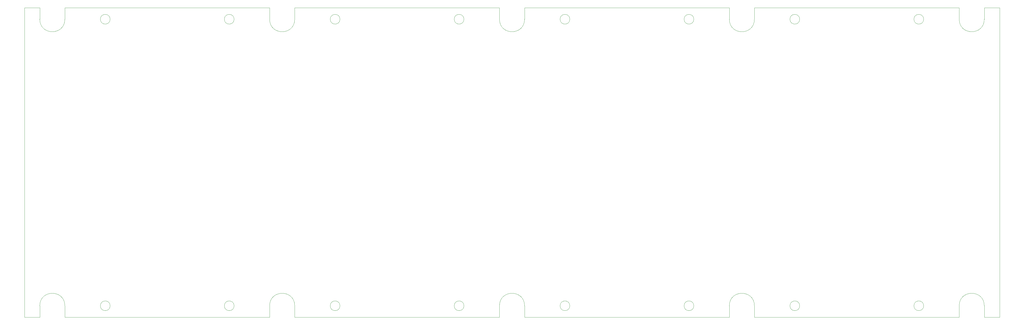
<source format=gko>
G75*
G70*
%OFA0B0*%
%FSLAX25Y25*%
%IPPOS*%
%LPD*%
%AMOC8*
5,1,8,0,0,1.08239X$1,22.5*
%
%ADD87C,0.00197*%
X0000000Y0000000D02*
%LPD*%
G01*
D87*
X0671260Y0016142D02*
X0671260Y0000000D01*
X0021654Y0422047D02*
X0021654Y0438189D01*
X1356299Y0000000D02*
X1377953Y0000000D01*
X0346457Y0016142D02*
X0346457Y0000000D01*
X1095472Y0016142D02*
G75*
G03*
X1095472Y0016142I-006890J0000000D01*
G01*
X0021654Y0000000D02*
X0000000Y0000000D01*
X0346457Y0422047D02*
X0346457Y0438189D01*
X0770669Y0016142D02*
G75*
G03*
X0770669Y0016142I-006890J0000000D01*
G01*
X0671260Y0438189D02*
X0381890Y0438189D01*
X1320866Y0438189D02*
X1031496Y0438189D01*
X1031496Y0016142D02*
X1031496Y0000000D01*
X0381890Y0000000D02*
X0671260Y0000000D01*
X1320866Y0016142D02*
G75*
G02*
X1356299Y0016142I0017717J0000000D01*
G01*
X0996063Y0438189D02*
X0706693Y0438189D01*
X0621063Y0422047D02*
G75*
G03*
X0621063Y0422047I-006890J0000000D01*
G01*
X1356299Y0438189D02*
X1377953Y0438189D01*
X0121063Y0016142D02*
G75*
G03*
X0121063Y0016142I-006890J0000000D01*
G01*
X0706693Y0422047D02*
X0706693Y0438189D01*
X0381890Y0422047D02*
X0381890Y0438189D01*
X1377953Y0000000D02*
X1377953Y0438189D01*
X1356299Y0422047D02*
X1356299Y0438189D01*
X0021654Y0438189D02*
X0000000Y0438189D01*
X1320866Y0016142D02*
X1320866Y0000000D01*
X0996063Y0016142D02*
G75*
G02*
X1031496Y0016142I0017717J0000000D01*
G01*
X0296260Y0422047D02*
G75*
G03*
X0296260Y0422047I-006890J0000000D01*
G01*
X0057087Y0000000D02*
X0346457Y0000000D01*
X0021654Y0016142D02*
X0021654Y0000000D01*
X0445866Y0016142D02*
G75*
G03*
X0445866Y0016142I-006890J0000000D01*
G01*
X0996063Y0422047D02*
G75*
G03*
X1031496Y0422047I0017717J0000000D01*
G01*
X0671260Y0422047D02*
G75*
G03*
X0706693Y0422047I0017717J0000000D01*
G01*
X0057087Y0016142D02*
G75*
G03*
X0021654Y0016142I-017717J0000000D01*
G01*
X0945866Y0422047D02*
G75*
G03*
X0945866Y0422047I-006890J0000000D01*
G01*
X1031496Y0000000D02*
X1320866Y0000000D01*
X1320866Y0422047D02*
X1320866Y0438189D01*
X0671260Y0422047D02*
X0671260Y0438189D01*
X0381890Y0016142D02*
X0381890Y0000000D01*
X0346457Y0438189D02*
X0057087Y0438189D01*
X1031496Y0422047D02*
X1031496Y0438189D01*
X0000000Y0438189D02*
X0000000Y0000000D01*
X1270669Y0016142D02*
G75*
G03*
X1270669Y0016142I-006890J0000000D01*
G01*
X1356299Y0016142D02*
X1356299Y0000000D01*
X0706693Y0016142D02*
X0706693Y0000000D01*
X0381890Y0422047D02*
G75*
G02*
X0346457Y0422047I-017717J0000000D01*
G01*
X0121063Y0422047D02*
G75*
G03*
X0121063Y0422047I-006890J0000000D01*
G01*
X0445866Y0422047D02*
G75*
G03*
X0445866Y0422047I-006890J0000000D01*
G01*
X0996063Y0016142D02*
X0996063Y0000000D01*
X1270669Y0422047D02*
G75*
G03*
X1270669Y0422047I-006890J0000000D01*
G01*
X1320866Y0422047D02*
G75*
G03*
X1356299Y0422047I0017717J0000000D01*
G01*
X0057087Y0422047D02*
G75*
G02*
X0021654Y0422047I-017717J0000000D01*
G01*
X0770669Y0422047D02*
G75*
G03*
X0770669Y0422047I-006890J0000000D01*
G01*
X0706693Y0016142D02*
G75*
G03*
X0671260Y0016142I-017717J0000000D01*
G01*
X0996063Y0422047D02*
X0996063Y0438189D01*
X0057087Y0422047D02*
X0057087Y0438189D01*
X0296260Y0016142D02*
G75*
G03*
X0296260Y0016142I-006890J0000000D01*
G01*
X1095472Y0422047D02*
G75*
G03*
X1095472Y0422047I-006890J0000000D01*
G01*
X0706693Y0000000D02*
X0996063Y0000000D01*
X0621063Y0016142D02*
G75*
G03*
X0621063Y0016142I-006890J0000000D01*
G01*
X0381890Y0016142D02*
G75*
G03*
X0346457Y0016142I-017717J0000000D01*
G01*
X0057087Y0016142D02*
X0057087Y0000000D01*
X0945866Y0016142D02*
G75*
G03*
X0945866Y0016142I-006890J0000000D01*
G01*
X1137598Y0078051D02*
G01*
G75*
X1102684Y0249262D02*
G01*
G75*
X1137598Y0190748D02*
G01*
G75*
X1102684Y0137057D02*
G01*
G75*
M02*

</source>
